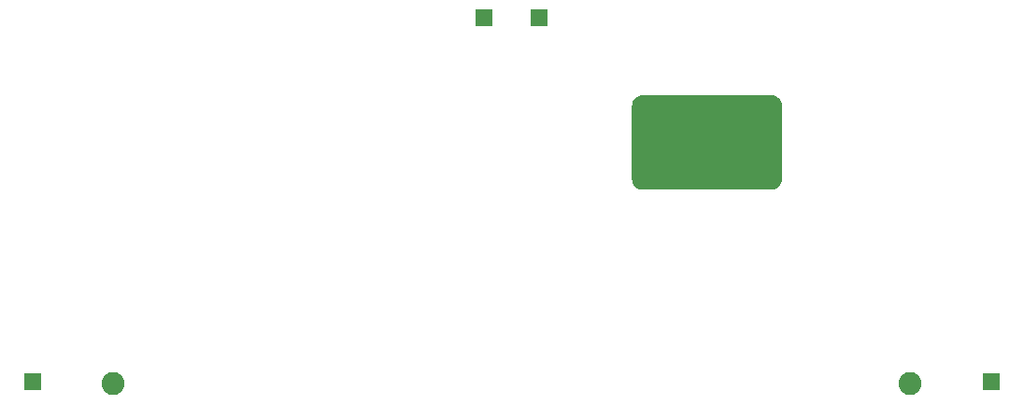
<source format=gbl>
%TF.GenerationSoftware,KiCad,Pcbnew,(6.0.7)*%
%TF.CreationDate,2022-08-26T02:07:21+09:00*%
%TF.ProjectId,CellProtection_S82M1A,43656c6c-5072-46f7-9465-6374696f6e5f,rev?*%
%TF.SameCoordinates,Original*%
%TF.FileFunction,Copper,L2,Bot*%
%TF.FilePolarity,Positive*%
%FSLAX46Y46*%
G04 Gerber Fmt 4.6, Leading zero omitted, Abs format (unit mm)*
G04 Created by KiCad (PCBNEW (6.0.7)) date 2022-08-26 02:07:21*
%MOMM*%
%LPD*%
G01*
G04 APERTURE LIST*
%TA.AperFunction,ComponentPad*%
%ADD10C,2.082800*%
%TD*%
%TA.AperFunction,ComponentPad*%
%ADD11R,1.500000X1.500000*%
%TD*%
%TA.AperFunction,ViaPad*%
%ADD12C,0.600000*%
%TD*%
G04 APERTURE END LIST*
D10*
%TO.P,BT1,1,+*%
%TO.N,Net-(BT1-Pad1)*%
X108849350Y-102200000D03*
%TO.P,BT1,2,-*%
%TO.N,Net-(BT1-Pad2)*%
X181112350Y-102200000D03*
%TD*%
D11*
%TO.P,TP4,1,1*%
%TO.N,Net-(Q1-Pad3)*%
X147500000Y-69000000D03*
%TD*%
%TO.P,TP2,1,1*%
%TO.N,Net-(BT1-Pad2)*%
X188500000Y-102000000D03*
%TD*%
%TO.P,TP3,1,1*%
%TO.N,Net-(BT1-Pad1)*%
X142500000Y-69000000D03*
%TD*%
%TO.P,TP1,1,1*%
%TO.N,Net-(BT1-Pad1)*%
X101600000Y-102000000D03*
%TD*%
D12*
%TO.N,Net-(Q1-Pad5)*%
X164500000Y-81000000D03*
X164500000Y-83000000D03*
X162500000Y-81000000D03*
X162500000Y-83000000D03*
X160500000Y-81000000D03*
X160500000Y-83000000D03*
X168500000Y-77000000D03*
X168500000Y-81000000D03*
X168500000Y-83000000D03*
X168500000Y-79000000D03*
X166500000Y-77000000D03*
X166500000Y-81000000D03*
X166500000Y-83000000D03*
X166500000Y-79000000D03*
X158500000Y-77000000D03*
X158500000Y-81000000D03*
X158500000Y-83000000D03*
X158500000Y-79000000D03*
X156500000Y-83000000D03*
X156500000Y-81000000D03*
X156500000Y-79000000D03*
X156500000Y-77000000D03*
%TD*%
%TA.AperFunction,Conductor*%
%TO.N,Net-(Q1-Pad5)*%
G36*
X168506163Y-76000607D02*
G01*
X168682740Y-76017999D01*
X168706957Y-76022815D01*
X168870809Y-76072518D01*
X168893629Y-76081971D01*
X169044631Y-76162683D01*
X169065158Y-76176399D01*
X169197521Y-76285026D01*
X169214974Y-76302479D01*
X169323601Y-76434842D01*
X169337319Y-76455372D01*
X169418029Y-76606371D01*
X169427482Y-76629190D01*
X169477185Y-76793043D01*
X169482002Y-76817263D01*
X169499393Y-76993837D01*
X169500000Y-77006187D01*
X169500000Y-83593813D01*
X169499393Y-83606163D01*
X169482002Y-83782737D01*
X169477185Y-83806957D01*
X169427482Y-83970809D01*
X169418029Y-83993629D01*
X169337319Y-84144628D01*
X169323601Y-84165158D01*
X169214974Y-84297521D01*
X169197521Y-84314974D01*
X169065158Y-84423601D01*
X169044631Y-84437317D01*
X168952417Y-84486607D01*
X168893629Y-84518029D01*
X168870810Y-84527482D01*
X168706957Y-84577185D01*
X168682740Y-84582001D01*
X168506163Y-84599393D01*
X168493813Y-84600000D01*
X156906187Y-84600000D01*
X156893837Y-84599393D01*
X156717260Y-84582001D01*
X156693043Y-84577185D01*
X156529190Y-84527482D01*
X156506371Y-84518029D01*
X156447583Y-84486607D01*
X156355369Y-84437317D01*
X156334842Y-84423601D01*
X156202479Y-84314974D01*
X156185026Y-84297521D01*
X156076399Y-84165158D01*
X156062681Y-84144628D01*
X155981971Y-83993629D01*
X155972518Y-83970809D01*
X155922815Y-83806957D01*
X155917998Y-83782737D01*
X155900607Y-83606163D01*
X155900000Y-83593813D01*
X155900000Y-77006187D01*
X155900607Y-76993837D01*
X155917998Y-76817263D01*
X155922815Y-76793043D01*
X155972518Y-76629190D01*
X155981971Y-76606371D01*
X156062681Y-76455372D01*
X156076399Y-76434842D01*
X156185026Y-76302479D01*
X156202479Y-76285026D01*
X156334842Y-76176399D01*
X156355369Y-76162683D01*
X156506371Y-76081971D01*
X156529191Y-76072518D01*
X156693043Y-76022815D01*
X156717260Y-76017999D01*
X156893837Y-76000607D01*
X156906187Y-76000000D01*
X168493813Y-76000000D01*
X168506163Y-76000607D01*
G37*
%TD.AperFunction*%
%TD*%
M02*

</source>
